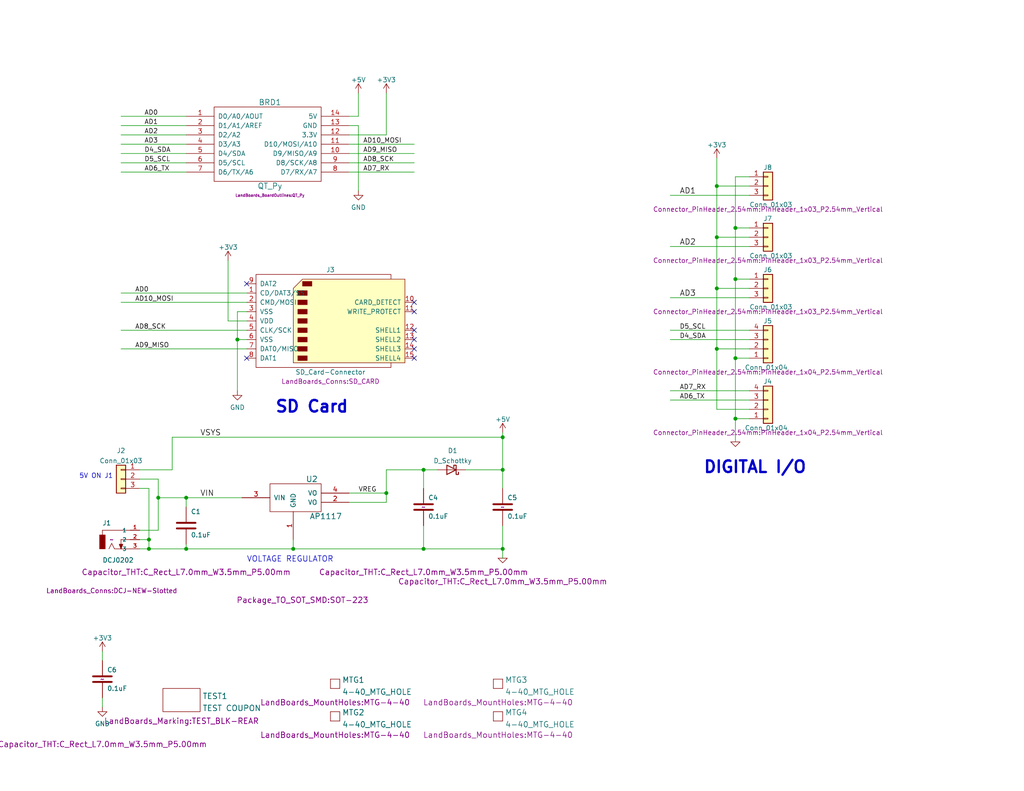
<source format=kicad_sch>
(kicad_sch (version 20211123) (generator eeschema)
  (paper "A")
  (title_block (title "QTPy49-01") (date "2022-07-24") (rev "1") (company "land-boards.com"))
  (lib_symbols
    (symbol "Connector_Generic:Conn_01x03" (pin_names (offset 1.016) hide)
      (property "Reference" "J" (at 0 5.08 0))
      (property "Value" "Conn_01x03" (at 0 -5.08 0))
      (symbol "Conn_01x03_1_1"
        (rectangle (start -1.27 -2.413) (end 0 -2.667) (stroke (width 0.1524)))
        (rectangle (start -1.27 0.127) (end 0 -0.127) (stroke (width 0.1524)))
        (rectangle (start -1.27 2.667) (end 0 2.413) (stroke (width 0.1524)))
        (rectangle (start -1.27 3.81) (end 1.27 -3.81) (stroke (width 0.254)) (fill (type background)))
        (pin passive line (at -5.08 2.54 0) (length 3.81) (name "Pin_1") (number "1"))
        (pin passive line (at -5.08 0 0) (length 3.81) (name "Pin_2") (number "2"))
        (pin passive line (at -5.08 -2.54 0) (length 3.81) (name "Pin_3") (number "3"))
      )
    )
    (symbol "Connector_Generic:Conn_01x04" (pin_names (offset 1.016) hide)
      (property "Reference" "J" (at 0 5.08 0))
      (property "Value" "Conn_01x04" (at 0 -7.62 0))
      (symbol "Conn_01x04_1_1"
        (rectangle (start -1.27 -4.953) (end 0 -5.207) (stroke (width 0.1524)))
        (rectangle (start -1.27 -2.413) (end 0 -2.667) (stroke (width 0.1524)))
        (rectangle (start -1.27 0.127) (end 0 -0.127) (stroke (width 0.1524)))
        (rectangle (start -1.27 2.667) (end 0 2.413) (stroke (width 0.1524)))
        (rectangle (start -1.27 3.81) (end 1.27 -6.35) (stroke (width 0.254)) (fill (type background)))
        (pin passive line (at -5.08 2.54 0) (length 3.81) (name "Pin_1") (number "1"))
        (pin passive line (at -5.08 0 0) (length 3.81) (name "Pin_2") (number "2"))
        (pin passive line (at -5.08 -2.54 0) (length 3.81) (name "Pin_3") (number "3"))
        (pin passive line (at -5.08 -5.08 0) (length 3.81) (name "Pin_4") (number "4"))
      )
    )
    (symbol "Device:D_Schottky" (pin_numbers hide) (pin_names (offset 1.016) hide)
      (property "Reference" "D" (at 0 2.54 0))
      (property "Value" "D_Schottky" (at 0 -2.54 0))
      (symbol "D_Schottky_0_1"
        (polyline (pts (xy 1.27 0) (xy -1.27 0)))
        (polyline (pts (xy 1.27 1.27) (xy 1.27 -1.27) (xy -1.27 0) (xy 1.27 1.27)) (stroke (width 0.254)))
        (polyline (pts (xy -1.905 0.635) (xy -1.905 1.27) (xy -1.27 1.27) (xy -1.27 -1.27) (xy -0.635 -1.27) (xy -0.635 -0.635)) (stroke (width 0.254)))
      )
      (symbol "D_Schottky_1_1"
        (pin passive line (at -3.81 0 0) (length 2.54) (name "K") (number "1"))
        (pin passive line (at 3.81 0 180) (length 2.54) (name "A") (number "2"))
      )
    )
    (symbol "LandBoards:COUPON" (pin_names (offset 1.016))
      (property "Reference" "COUP?" (at 0 0 0))
      (property "Value" "COUPON" (at 0 0 0))
      (symbol "COUPON_0_1"
        (rectangle (start -5.08 0) (end 5.08 6.35))
      )
    )
    (symbol "LandBoards:MTG_HOLE" (pin_names (offset 1.016))
      (property "Reference" "MTG?" (at 0 2.54 0))
      (property "Value" "MTG_HOLE" (at 0 -2.54 0))
      (symbol "MTG_HOLE_0_1"
        (rectangle (start -1.27 -1.27) (end 1.27 -1.27))
        (rectangle (start -1.27 1.27) (end -1.27 -1.27))
        (rectangle (start 1.27 1.27) (end -1.27 1.27))
        (rectangle (start 1.27 1.27) (end 1.27 -1.27))
      )
    )
    (symbol "LandBoards_Conns:SD_Card-Connector" (pin_names (offset 1.016))
      (property "Reference" "J3" (at 0 13.97 0))
      (property "Value" "SD_Card-Connector" (at 0 -13.97 0))
      (property "Footprint" "LandBoards_Conns:SD_CARD" (at 0 -16.51 0))
      (symbol "SD_Card-Connector_0_1"
        (rectangle (start -8.89 -9.525) (end -6.35 -10.795) (fill (type outline)))
        (rectangle (start -8.89 -6.985) (end -6.35 -8.255) (fill (type outline)))
        (rectangle (start -8.89 -4.445) (end -6.35 -5.715) (fill (type outline)))
        (rectangle (start -8.89 -1.905) (end -6.35 -3.175) (fill (type outline)))
        (rectangle (start -8.89 0.635) (end -6.35 -0.635) (fill (type outline)))
        (rectangle (start -8.89 3.175) (end -6.35 1.905) (fill (type outline)))
        (rectangle (start -8.89 5.715) (end -6.35 4.445) (fill (type outline)))
        (rectangle (start -8.89 8.255) (end -6.35 6.985) (fill (type outline)))
        (rectangle (start -7.62 10.795) (end -5.08 9.525) (fill (type outline)))
        (polyline (pts (xy -10.16 8.89) (xy -7.62 11.43) (xy 20.32 11.43) (xy 20.32 -11.43) (xy -10.16 -11.43) (xy -10.16 8.89)) (fill (type background)))
        (polyline (pts (xy 16.51 11.43) (xy 16.51 12.7) (xy -20.32 12.7) (xy -20.32 -12.7) (xy 16.51 -12.7) (xy 16.51 -11.43)))
      )
      (symbol "SD_Card-Connector_1_1"
        (pin input line (at -22.86 7.62 0) (length 2.54) (name "CD/DAT3/SS") (number "1"))
        (pin input line (at 22.86 5.08 180) (length 2.54) (name "CARD_DETECT") (number "10"))
        (pin input line (at 22.86 2.54 180) (length 2.54) (name "WRITE_PROTECT") (number "11"))
        (pin input line (at 22.86 -2.54 180) (length 2.54) (name "SHELL1") (number "12"))
        (pin input line (at 22.86 -5.08 180) (length 2.54) (name "SHELL2") (number "13"))
        (pin input line (at 22.86 -7.62 180) (length 2.54) (name "SHELL3") (number "14"))
        (pin input line (at 22.86 -10.16 180) (length 2.54) (name "SHELL4") (number "15"))
        (pin input line (at -22.86 5.08 0) (length 2.54) (name "CMD/MOSI") (number "2"))
        (pin power_in line (at -22.86 2.54 0) (length 2.54) (name "VSS") (number "3"))
        (pin power_in line (at -22.86 0 0) (length 2.54) (name "VDD") (number "4"))
        (pin input line (at -22.86 -2.54 0) (length 2.54) (name "CLK/SCK") (number "5"))
        (pin power_in line (at -22.86 -5.08 0) (length 2.54) (name "VSS") (number "6"))
        (pin input line (at -22.86 -7.62 0) (length 2.54) (name "DAT0/MISO") (number "7"))
        (pin input line (at -22.86 -10.16 0) (length 2.54) (name "DAT1") (number "8"))
        (pin input line (at -22.86 10.16 0) (length 2.54) (name "DAT2") (number "9"))
      )
    )
    (symbol "QTPy49-rescue:AP1117" (pin_names (offset 1.016))
      (property "Reference" "U" (at 2.54 3.81 0))
      (property "Value" "AP1117" (at 6.35 -6.35 0))
      (symbol "AP1117_0_1"
        (polyline (pts (xy -8.89 -5.08) (xy -8.89 2.54) (xy 5.08 2.54) (xy 5.08 -5.08) (xy -8.89 -5.08)))
      )
      (symbol "AP1117_1_1"
        (pin power_in line (at -2.54 -12.7 90) (length 7.62) (name "GND") (number "1"))
        (pin passive line (at 12.7 -2.54 180) (length 7.62) (name "VO") (number "2"))
        (pin power_in line (at -16.51 -1.27 0) (length 7.62) (name "VIN") (number "3"))
        (pin power_out line (at 12.7 0 180) (length 7.62) (name "VO") (number "4"))
      )
    )
    (symbol "QTPy49-rescue:C" (pin_numbers hide) (pin_names (offset 0.254))
      (property "Reference" "C" (at 1.27 2.54 0))
      (property "Value" "C" (at 1.27 -2.54 0))
      (symbol "C_0_1"
        (polyline (pts (xy -2.54 -0.762) (xy 2.54 -0.762)) (stroke (width 0.508)))
        (polyline (pts (xy -2.54 0.762) (xy 2.54 0.762)) (stroke (width 0.508)))
      )
      (symbol "C_1_1"
        (pin passive line (at 0 5.08 270) (length 4.318) (name "~") (number "1"))
        (pin passive line (at 0 -5.08 90) (length 4.318) (name "~") (number "2"))
      )
    )
    (symbol "QTPy49-rescue:DCJ0202" (pin_names (offset 1.016))
      (property "Reference" "J" (at -2.54 3.81 0))
      (property "Value" "DCJ0202" (at -2.54 -6.35 0))
      (symbol "DCJ0202_1_0"
        (polyline (pts (xy -2.54 2.54) (xy -2.54 1.27)))
        (polyline (pts (xy 0 -1.016) (xy -0.762 -2.54)))
        (polyline (pts (xy 0.762 -2.54) (xy 0 -1.016)))
        (polyline (pts (xy 2.54 -2.54) (xy 0.762 -2.54)))
        (polyline (pts (xy 2.54 0) (xy 2.54 -2.54)))
        (polyline (pts (xy 5.08 -2.54) (xy 2.54 -2.54)))
        (polyline (pts (xy 5.08 0) (xy 2.54 0)))
        (polyline (pts (xy 5.08 2.54) (xy -2.54 2.54)))
      )
      (symbol "DCJ0202_1_1"
        (rectangle (start -3.302 -2.54) (end -1.778 1.27) (fill (type outline)))
        (polyline (pts (xy 2.54 -2.54) (xy 2.032 -1.27) (xy 2.032 -1.27) (xy 3.048 -1.27) (xy 3.048 -1.27) (xy 2.54 -2.54)) (fill (type outline)))
        (pin passive line (at 7.62 2.54 180) (length 2.54) (name "1") (number "1"))
        (pin passive line (at 7.62 0 180) (length 2.54) (name "2") (number "2"))
        (pin passive line (at 7.62 -2.54 180) (length 2.54) (name "3") (number "3"))
      )
    )
    (symbol "QTPy49-rescue:GND" (power) (pin_names (offset 0))
      (symbol "GND_0_1"
        (polyline (pts (xy -1.27 0) (xy 0 -1.27) (xy 1.27 0) (xy -1.27 0)))
      )
      (symbol "GND_1_1"
        (pin power_in line (at 0 0 90) (length 0) hide (name "GND") (number "1"))
      )
    )
    (symbol "QT_Py_1" (pin_names (offset 1.016))
      (property "Reference" "BRD" (at 0 11.43 0))
      (property "Value" "QT_Py_1" (at 0 -11.43 0))
      (symbol "QT_Py_1_0_0"
        (rectangle (start -15.24 10.16) (end 13.97 -10.16))
      )
      (symbol "QT_Py_1_1_1"
        (pin bidirectional line (at -22.86 7.62 0) (length 7.62) (name "D0/A0/AOUT") (number "1"))
        (pin bidirectional line (at 21.59 -2.54 180) (length 7.62) (name "D9/MISO/A9") (number "10"))
        (pin bidirectional line (at 21.59 0 180) (length 7.62) (name "D10/MOSI/A10") (number "11"))
        (pin power_out line (at 21.59 2.54 180) (length 7.62) (name "3.3V") (number "12"))
        (pin power_in line (at 21.59 5.08 180) (length 7.62) (name "GND") (number "13"))
        (pin power_in line (at 21.59 7.62 180) (length 7.62) (name "5V") (number "14"))
        (pin bidirectional line (at -22.86 5.08 0) (length 7.62) (name "D1/A1/AREF") (number "2"))
        (pin bidirectional line (at -22.86 2.54 0) (length 7.62) (name "D2/A2") (number "3"))
        (pin bidirectional line (at -22.86 0 0) (length 7.62) (name "D3/A3") (number "4"))
        (pin bidirectional line (at -22.86 -2.54 0) (length 7.62) (name "D4/SDA") (number "5"))
        (pin bidirectional line (at -22.86 -5.08 0) (length 7.62) (name "D5/SCL") (number "6"))
        (pin bidirectional line (at -22.86 -7.62 0) (length 7.62) (name "D6/TX/A6") (number "7"))
        (pin bidirectional line (at 21.59 -7.62 180) (length 7.62) (name "D7/RX/A7") (number "8"))
        (pin bidirectional line (at 21.59 -5.08 180) (length 7.62) (name "D8/SCK/A8") (number "9"))
      )
    )
    (symbol "power:+3.3V" (power) (pin_names (offset 0))
      (property "Value" "+3.3V" (at 0 3.556 0))
      (symbol "+3.3V_0_1"
        (polyline (pts (xy -0.762 1.27) (xy 0 2.54)))
        (polyline (pts (xy 0 0) (xy 0 2.54)))
        (polyline (pts (xy 0 2.54) (xy 0.762 1.27)))
      )
      (symbol "+3.3V_1_1"
        (pin power_in line (at 0 0 90) (length 0) hide (name "+3V3") (number "1"))
      )
    )
    (symbol "power:+5V" (power) (pin_names (offset 0))
      (property "Value" "+5V" (at 0 3.556 0))
      (symbol "+5V_0_1"
        (polyline (pts (xy -0.762 1.27) (xy 0 2.54)))
        (polyline (pts (xy 0 0) (xy 0 2.54)))
        (polyline (pts (xy 0 2.54) (xy 0.762 1.27)))
      )
      (symbol "+5V_1_1"
        (pin power_in line (at 0 0 90) (length 0) hide (name "+5V") (number "1"))
      )
    )
    (symbol "power:GND" (power) (pin_names (offset 0))
      (property "Value" "GND" (at 0 -3.81 0))
      (symbol "GND_0_1"
        (polyline (pts (xy 0 0) (xy 0 -1.27) (xy 1.27 -1.27) (xy 0 -2.54) (xy -1.27 -1.27) (xy 0 -1.27)))
      )
      (symbol "GND_1_1"
        (pin power_in line (at 0 0 270) (length 0) hide (name "GND") (number "1"))
      )
    )
  )
  (junction (at 200.66 114.3))
  (junction (at 195.58 78.74))
  (junction (at 105.41 134.62))
  (junction (at 50.8 149.86))
  (junction (at 137.16 149.86))
  (junction (at 80.01 149.86))
  (junction (at 200.66 62.23))
  (junction (at 137.16 119.38))
  (junction (at 40.64 147.32))
  (junction (at 195.58 64.77))
  (junction (at 115.57 128.27))
  (junction (at 64.77 92.71))
  (junction (at 40.64 149.86))
  (junction (at 200.66 97.79))
  (junction (at 50.8 135.89))
  (junction (at 195.58 50.8))
  (junction (at 137.16 128.27))
  (junction (at 115.57 149.86))
  (junction (at 195.58 95.25))
  (junction (at 200.66 76.2))
  (junction (at 43.18 135.89))
  (no_connect (at 67.31 97.79))
  (no_connect (at 67.31 77.47))
  (no_connect (at 113.03 90.17))
  (no_connect (at 113.03 85.09))
  (no_connect (at 113.03 82.55))
  (no_connect (at 113.03 92.71))
  (no_connect (at 113.03 95.25))
  (no_connect (at 113.03 97.79))
  (wire (pts (xy 40.64 133.35) (xy 40.64 147.32)))
  (wire (pts (xy 50.8 149.86) (xy 80.01 149.86)))
  (wire (pts (xy 200.66 97.79) (xy 200.66 114.3)))
  (wire (pts (xy 33.02 34.29) (xy 50.8 34.29)))
  (wire (pts (xy 95.25 39.37) (xy 113.03 39.37)))
  (wire (pts (xy 204.47 81.28) (xy 182.88 81.28)))
  (wire (pts (xy 33.02 36.83) (xy 50.8 36.83)))
  (wire (pts (xy 80.01 149.86) (xy 80.01 147.32)))
  (wire (pts (xy 95.25 31.75) (xy 97.79 31.75)))
  (wire (pts (xy 27.94 190.5) (xy 27.94 193.04)))
  (wire (pts (xy 105.41 25.4) (xy 105.41 36.83)))
  (wire (pts (xy 33.02 80.01) (xy 67.31 80.01)))
  (wire (pts (xy 204.47 90.17) (xy 182.88 90.17)))
  (wire (pts (xy 115.57 128.27) (xy 119.38 128.27)))
  (wire (pts (xy 95.25 134.62) (xy 105.41 134.62)))
  (wire (pts (xy 204.47 106.68) (xy 182.88 106.68)))
  (wire (pts (xy 43.18 130.81) (xy 43.18 135.89)))
  (wire (pts (xy 46.99 128.27) (xy 38.1 128.27)))
  (wire (pts (xy 105.41 134.62) (xy 105.41 128.27)))
  (wire (pts (xy 137.16 133.35) (xy 137.16 128.27)))
  (wire (pts (xy 95.25 44.45) (xy 113.03 44.45)))
  (wire (pts (xy 97.79 34.29) (xy 97.79 52.07)))
  (wire (pts (xy 67.31 85.09) (xy 64.77 85.09)))
  (wire (pts (xy 38.1 144.78) (xy 43.18 144.78)))
  (wire (pts (xy 50.8 135.89) (xy 66.04 135.89)))
  (wire (pts (xy 195.58 78.74) (xy 195.58 95.25)))
  (wire (pts (xy 33.02 41.91) (xy 50.8 41.91)))
  (wire (pts (xy 33.02 39.37) (xy 50.8 39.37)))
  (wire (pts (xy 43.18 135.89) (xy 50.8 135.89)))
  (wire (pts (xy 200.66 62.23) (xy 200.66 76.2)))
  (wire (pts (xy 137.16 149.86) (xy 137.16 143.51)))
  (wire (pts (xy 204.47 78.74) (xy 195.58 78.74)))
  (wire (pts (xy 204.47 53.34) (xy 182.88 53.34)))
  (wire (pts (xy 95.25 41.91) (xy 113.03 41.91)))
  (wire (pts (xy 200.66 97.79) (xy 204.47 97.79)))
  (wire (pts (xy 195.58 43.18) (xy 195.58 50.8)))
  (wire (pts (xy 95.25 34.29) (xy 97.79 34.29)))
  (wire (pts (xy 95.25 36.83) (xy 105.41 36.83)))
  (wire (pts (xy 46.99 119.38) (xy 46.99 128.27)))
  (wire (pts (xy 67.31 87.63) (xy 62.23 87.63)))
  (wire (pts (xy 115.57 128.27) (xy 115.57 133.35)))
  (wire (pts (xy 27.94 177.8) (xy 27.94 180.34)))
  (wire (pts (xy 200.66 114.3) (xy 204.47 114.3)))
  (wire (pts (xy 200.66 62.23) (xy 204.47 62.23)))
  (wire (pts (xy 105.41 128.27) (xy 115.57 128.27)))
  (wire (pts (xy 204.47 109.22) (xy 182.88 109.22)))
  (wire (pts (xy 204.47 48.26) (xy 200.66 48.26)))
  (wire (pts (xy 200.66 76.2) (xy 200.66 97.79)))
  (wire (pts (xy 95.25 46.99) (xy 113.03 46.99)))
  (wire (pts (xy 137.16 149.86) (xy 137.16 152.4)))
  (wire (pts (xy 97.79 25.4) (xy 97.79 31.75)))
  (wire (pts (xy 105.41 137.16) (xy 95.25 137.16)))
  (wire (pts (xy 195.58 111.76) (xy 204.47 111.76)))
  (wire (pts (xy 33.02 95.25) (xy 67.31 95.25)))
  (wire (pts (xy 33.02 31.75) (xy 50.8 31.75)))
  (wire (pts (xy 137.16 119.38) (xy 137.16 128.27)))
  (wire (pts (xy 204.47 50.8) (xy 195.58 50.8)))
  (wire (pts (xy 115.57 149.86) (xy 137.16 149.86)))
  (wire (pts (xy 204.47 67.31) (xy 182.88 67.31)))
  (wire (pts (xy 43.18 144.78) (xy 43.18 135.89)))
  (wire (pts (xy 62.23 71.12) (xy 62.23 87.63)))
  (wire (pts (xy 38.1 130.81) (xy 43.18 130.81)))
  (wire (pts (xy 33.02 82.55) (xy 67.31 82.55)))
  (wire (pts (xy 64.77 92.71) (xy 64.77 106.68)))
  (wire (pts (xy 137.16 119.38) (xy 46.99 119.38)))
  (wire (pts (xy 200.66 48.26) (xy 200.66 62.23)))
  (wire (pts (xy 50.8 149.86) (xy 50.8 148.59)))
  (wire (pts (xy 64.77 85.09) (xy 64.77 92.71)))
  (wire (pts (xy 200.66 114.3) (xy 200.66 120.65)))
  (wire (pts (xy 40.64 149.86) (xy 50.8 149.86)))
  (wire (pts (xy 204.47 76.2) (xy 200.66 76.2)))
  (wire (pts (xy 50.8 138.43) (xy 50.8 135.89)))
  (wire (pts (xy 127 128.27) (xy 137.16 128.27)))
  (wire (pts (xy 38.1 147.32) (xy 40.64 147.32)))
  (wire (pts (xy 195.58 50.8) (xy 195.58 64.77)))
  (wire (pts (xy 204.47 92.71) (xy 182.88 92.71)))
  (wire (pts (xy 38.1 149.86) (xy 40.64 149.86)))
  (wire (pts (xy 204.47 64.77) (xy 195.58 64.77)))
  (wire (pts (xy 195.58 95.25) (xy 204.47 95.25)))
  (wire (pts (xy 195.58 95.25) (xy 195.58 111.76)))
  (wire (pts (xy 64.77 92.71) (xy 67.31 92.71)))
  (wire (pts (xy 38.1 133.35) (xy 40.64 133.35)))
  (wire (pts (xy 33.02 44.45) (xy 50.8 44.45)))
  (wire (pts (xy 137.16 118.11) (xy 137.16 119.38)))
  (wire (pts (xy 33.02 46.99) (xy 50.8 46.99)))
  (wire (pts (xy 195.58 64.77) (xy 195.58 78.74)))
  (wire (pts (xy 115.57 143.51) (xy 115.57 149.86)))
  (wire (pts (xy 33.02 90.17) (xy 67.31 90.17)))
  (wire (pts (xy 40.64 147.32) (xy 40.64 149.86)))
  (wire (pts (xy 80.01 149.86) (xy 115.57 149.86)))
  (wire (pts (xy 105.41 134.62) (xy 105.41 137.16)))
  (text "SD Card" (at 74.93 113.03 0) (effects (font (size 3.175 3.175) (thickness 0.635) bold) (justify left bottom)))
  (text "DIGITAL I/O" (at 191.77 129.54 0) (effects (font (size 3.175 3.175) (thickness 0.635) bold) (justify left bottom)))
  (text "5V ON J1" (at 21.59 130.81 0) (effects (font (size 1.27 1.27)) (justify left bottom)))
  (text "VOLTAGE REGULATOR" (at 67.31 153.67 0) (effects (font (size 1.524 1.524)) (justify left bottom)))
  (label "VIN" (at 54.61 135.89 0) (effects (font (size 1.524 1.524))))
  (label "AD3" (at 185.42 81.28 0) (effects (font (size 1.524 1.524))))
  (label "AD6_TX" (at 185.42 109.22 0))
  (label "D5_SCL" (at 185.42 90.17 0))
  (label "AD7_RX" (at 185.42 106.68 0))
  (label "AD8_SCK" (at 99.06 44.45 0))
  (label "AD8_SCK" (at 36.83 90.17 0))
  (label "D4_SDA" (at 39.37 41.91 0))
  (label "AD1" (at 185.42 53.34 0) (effects (font (size 1.524 1.524))))
  (label "AD6_TX" (at 39.37 46.99 0))
  (label "AD9_MISO" (at 36.83 95.25 0))
  (label "AD2" (at 39.37 36.83 0))
  (label "AD3" (at 39.37 39.37 0))
  (label "VSYS" (at 54.61 119.38 0) (effects (font (size 1.524 1.524))))
  (label "AD10_MOSI" (at 36.83 82.55 0))
  (label "AD9_MISO" (at 99.06 41.91 0))
  (label "D4_SDA" (at 185.42 92.71 0))
  (label "AD2" (at 185.42 67.31 0) (effects (font (size 1.524 1.524))))
  (label "AD0" (at 36.83 80.01 0))
  (label "VREG" (at 97.79 134.62 0))
  (label "D5_SCL" (at 39.37 44.45 0))
  (label "AD7_RX" (at 99.06 46.99 0))
  (label "AD1" (at 39.37 34.29 0))
  (label "AD0" (at 39.37 31.75 0))
  (label "AD10_MOSI" (at 99.06 39.37 0))
  (symbol (lib_id "QTPy49-rescue:AP1117") (at 82.55 134.62 0) (unit 1)
    (property "Reference" "U2" (at 85.09 130.81 0) (effects (font (size 1.524 1.524))))
    (property "Value" "AP1117" (at 88.9 140.97 0) (effects (font (size 1.524 1.524))))
    (property "Footprint" "Package_TO_SOT_SMD:SOT-223" (at 82.55 163.83 0) (effects (font (size 1.524 1.524))))
  )
  (symbol (lib_id "QTPy49-rescue:GND") (at 200.66 120.65 0) (unit 1)
    (property "Reference" "#PWR04" (effects hide))
    (property "Value" "GND" (effects hide))
  )
  (symbol (lib_id "QTPy49-rescue:DCJ0202") (at 30.48 147.32 0) (unit 1)
    (property "Reference" "J1" (at 27.94 143.51 0) (effects (justify left bottom)))
    (property "Value" "DCJ0202" (at 27.94 153.67 0) (effects (justify left bottom)))
    (property "Footprint" "LandBoards_Conns:DCJ-NEW-Slotted" (at 30.48 161.29 0))
    (property "Datasheet" "~" (at 30.48 147.32 0) (effects (font (size 1.524 1.524))))
  )
  (symbol (lib_id "QTPy49-rescue:GND") (at 137.16 152.4 0) (unit 1)
    (property "Reference" "#PWR015" (effects hide))
    (property "Value" "GND" (effects hide))
  )
  (symbol (lib_id "QTPy49-rescue:C") (at 137.16 138.43 0) (unit 1)
    (property "Reference" "C5" (at 138.43 135.89 0) (effects (justify left)))
    (property "Value" "0.1uF" (at 138.43 140.97 0) (effects (justify left)))
    (property "Footprint" "Capacitor_THT:C_Rect_L7.0mm_W3.5mm_P5.00mm" (at 137.16 158.75 0) (effects (font (size 1.524 1.524))))
    (property "Datasheet" "~" (at 137.16 138.43 0) (effects (font (size 1.524 1.524))))
  )
  (symbol (lib_id "Connector_Generic:Conn_01x03") (at 209.55 78.74 0) (unit 1)
    (property "Reference" "J6" (at 208.28 73.66 0) (effects (justify left)))
    (property "Value" "Conn_01x03" (at 204.47 83.82 0) (effects (justify left)))
    (property "Footprint" "Connector_PinHeader_2.54mm:PinHeader_1x03_P2.54mm_Vertical" (at 209.55 85.09 0))
  )
  (symbol (lib_id "Device:D_Schottky") (at 123.19 128.27 180) (unit 1)
    (property "Reference" "D1" (at 123.5075 123.0335 0))
    (property "Value" "D_Schottky" (at 123.5075 125.8086 0))
    (property "Footprint" "Diode_THT:D_DO-41_SOD81_P10.16mm_Horizontal" (effects hide))
  )
  (symbol (lib_id "Connector_Generic:Conn_01x04") (at 209.55 95.25 0) (mirror x) (unit 1)
    (property "Reference" "J5" (at 208.28 87.63 0) (effects (justify left)))
    (property "Value" "Conn_01x04" (at 203.2 100.33 0) (effects (justify left)))
    (property "Footprint" "Connector_PinHeader_2.54mm:PinHeader_1x04_P2.54mm_Vertical" (at 209.55 101.6 0))
  )
  (symbol (lib_id "LandBoards:MTG_HOLE") (at 91.44 186.69 0) (unit 1)
    (property "Reference" "MTG1" (at 93.345 185.6253 0) (effects (font (size 1.524 1.524)) (justify left)))
    (property "Value" "4-40_MTG_HOLE" (at 93.345 188.9043 0) (effects (font (size 1.524 1.524)) (justify left)))
    (property "Footprint" "LandBoards_MountHoles:MTG-4-40" (at 91.44 191.77 0) (effects (font (size 1.524 1.524))))
  )
  (symbol (lib_id "QTPy49-rescue:C") (at 115.57 138.43 0) (unit 1)
    (property "Reference" "C4" (at 116.84 135.89 0) (effects (justify left)))
    (property "Value" "0.1uF" (at 116.84 140.97 0) (effects (justify left)))
    (property "Footprint" "Capacitor_THT:C_Rect_L7.0mm_W3.5mm_P5.00mm" (at 115.57 156.21 0) (effects (font (size 1.524 1.524))))
    (property "Datasheet" "~" (at 115.57 138.43 0) (effects (font (size 1.524 1.524))))
  )
  (symbol (lib_id "power:GND") (at 64.77 106.68 0) (unit 1)
    (property "Reference" "#PWR0109" (effects hide))
    (property "Value" "GND" (at 64.77 111.2425 0))
  )
  (symbol (lib_id "Connector_Generic:Conn_01x03") (at 33.02 130.81 0) (mirror y) (unit 1)
    (property "Reference" "J2" (at 33.02 123.0335 0))
    (property "Value" "Conn_01x03" (at 33.02 125.8086 0))
    (property "Footprint" "Connector_PinHeader_2.54mm:PinHeader_1x03_P2.54mm_Vertical" (effects hide))
  )
  (symbol (lib_id "power:+3.3V") (at 195.58 43.18 0) (unit 1)
    (property "Reference" "#PWR0104" (effects hide))
    (property "Value" "+3.3V" (at 195.58 39.5755 0))
  )
  (symbol (lib_name "QT_Py_1") (lib_id "LandBoards_Cards:QT_Py") (at 73.66 39.37 0) (unit 1)
    (property "Reference" "BRD1" (at 73.66 27.94 0) (effects (font (size 1.524 1.524))))
    (property "Value" "QT_Py" (at 73.66 50.8 0) (effects (font (size 1.524 1.524))))
    (property "Footprint" "LandBoards_BoardOutlines:QT_Py" (at 73.66 53.34 0) (effects (font (size 0.762 0.762))))
  )
  (symbol (lib_id "power:+3.3V") (at 27.94 177.8 0) (unit 1)
    (property "Reference" "#PWR0107" (effects hide))
    (property "Value" "+3.3V" (at 27.94 174.1955 0))
  )
  (symbol (lib_id "QTPy49-rescue:C") (at 50.8 143.51 0) (unit 1)
    (property "Reference" "C1" (at 52.07 139.7 0) (effects (justify left)))
    (property "Value" "0.1uF" (at 52.07 146.05 0) (effects (justify left)))
    (property "Footprint" "Capacitor_THT:C_Rect_L7.0mm_W3.5mm_P5.00mm" (at 50.8 156.21 0) (effects (font (size 1.524 1.524))))
  )
  (symbol (lib_id "power:+3.3V") (at 105.41 25.4 0) (unit 1)
    (property "Reference" "#PWR0101" (effects hide))
    (property "Value" "+3.3V" (at 105.41 21.7955 0))
  )
  (symbol (lib_id "power:+5V") (at 137.16 118.11 0) (unit 1)
    (property "Reference" "#PWR0105" (effects hide))
    (property "Value" "+5V" (at 137.16 114.5055 0))
  )
  (symbol (lib_id "Connector_Generic:Conn_01x03") (at 209.55 50.8 0) (unit 1)
    (property "Reference" "J8" (at 208.28 45.72 0) (effects (justify left)))
    (property "Value" "Conn_01x03" (at 204.47 55.88 0) (effects (justify left)))
    (property "Footprint" "Connector_PinHeader_2.54mm:PinHeader_1x03_P2.54mm_Vertical" (at 209.55 57.15 0))
  )
  (symbol (lib_id "power:+3.3V") (at 62.23 71.12 0) (unit 1)
    (property "Reference" "#PWR0108" (effects hide))
    (property "Value" "+3.3V" (at 62.23 67.5155 0))
  )
  (symbol (lib_id "LandBoards:COUPON") (at 49.53 194.31 0) (unit 1)
    (property "Reference" "TEST1" (at 55.245 190.0703 0) (effects (font (size 1.524 1.524)) (justify left)))
    (property "Value" "TEST COUPON" (at 55.245 193.3493 0) (effects (font (size 1.524 1.524)) (justify left)))
    (property "Footprint" "LandBoards_Marking:TEST_BLK-REAR" (at 49.53 196.85 0) (effects (font (size 1.524 1.524))))
  )
  (symbol (lib_id "QTPy49-rescue:C") (at 27.94 185.42 0) (unit 1)
    (property "Reference" "C6" (at 29.21 182.88 0) (effects (justify left)))
    (property "Value" "0.1uF" (at 29.21 187.96 0) (effects (justify left)))
    (property "Footprint" "Capacitor_THT:C_Rect_L7.0mm_W3.5mm_P5.00mm" (at 27.94 203.2 0) (effects (font (size 1.524 1.524))))
    (property "Datasheet" "~" (at 27.94 185.42 0) (effects (font (size 1.524 1.524))))
  )
  (symbol (lib_id "Connector_Generic:Conn_01x03") (at 209.55 64.77 0) (unit 1)
    (property "Reference" "J7" (at 208.28 59.69 0) (effects (justify left)))
    (property "Value" "Conn_01x03" (at 204.47 69.85 0) (effects (justify left)))
    (property "Footprint" "Connector_PinHeader_2.54mm:PinHeader_1x03_P2.54mm_Vertical" (at 209.55 71.12 0))
  )
  (symbol (lib_id "LandBoards:MTG_HOLE") (at 135.89 195.58 0) (unit 1)
    (property "Reference" "MTG4" (at 137.795 194.5153 0) (effects (font (size 1.524 1.524)) (justify left)))
    (property "Value" "4-40_MTG_HOLE" (at 137.795 197.7943 0) (effects (font (size 1.524 1.524)) (justify left)))
    (property "Footprint" "LandBoards_MountHoles:MTG-4-40" (at 135.89 200.66 0) (effects (font (size 1.524 1.524))))
  )
  (symbol (lib_id "LandBoards:MTG_HOLE") (at 135.89 186.69 0) (unit 1)
    (property "Reference" "MTG3" (at 137.795 185.6253 0) (effects (font (size 1.524 1.524)) (justify left)))
    (property "Value" "4-40_MTG_HOLE" (at 137.795 188.9043 0) (effects (font (size 1.524 1.524)) (justify left)))
    (property "Footprint" "LandBoards_MountHoles:MTG-4-40" (at 135.89 191.77 0) (effects (font (size 1.524 1.524))))
  )
  (symbol (lib_id "LandBoards_Conns:SD_Card-Connector") (at 90.17 87.63 0) (unit 1)
    (property "Reference" "J3" (at 90.17 73.66 0))
    (property "Value" "SD_Card-Connector" (at 90.17 101.6 0))
    (property "Footprint" "LandBoards_Conns:SD_CARD" (at 90.17 104.14 0))
    (property "Datasheet" "http://portal.fciconnect.com/Comergent//fci/drawing/10067847.pdf" (effects hide))
  )
  (symbol (lib_id "LandBoards:MTG_HOLE") (at 91.44 195.58 0) (unit 1)
    (property "Reference" "MTG2" (at 93.345 194.5153 0) (effects (font (size 1.524 1.524)) (justify left)))
    (property "Value" "4-40_MTG_HOLE" (at 93.345 197.7943 0) (effects (font (size 1.524 1.524)) (justify left)))
    (property "Footprint" "LandBoards_MountHoles:MTG-4-40" (at 91.44 200.66 0) (effects (font (size 1.524 1.524))))
  )
  (symbol (lib_id "Connector_Generic:Conn_01x04") (at 209.55 111.76 0) (mirror x) (unit 1)
    (property "Reference" "J4" (at 208.28 104.14 0) (effects (justify left)))
    (property "Value" "Conn_01x04" (at 203.2 116.84 0) (effects (justify left)))
    (property "Footprint" "Connector_PinHeader_2.54mm:PinHeader_1x04_P2.54mm_Vertical" (at 209.55 118.11 0))
  )
  (symbol (lib_id "power:+5V") (at 97.79 25.4 0) (unit 1)
    (property "Reference" "#PWR0102" (effects hide))
    (property "Value" "+5V" (at 97.79 21.7955 0))
  )
  (symbol (lib_id "power:GND") (at 97.79 52.07 0) (unit 1)
    (property "Reference" "#PWR0103" (effects hide))
    (property "Value" "GND" (at 97.79 56.6325 0))
  )
  (symbol (lib_id "power:GND") (at 27.94 193.04 0) (unit 1)
    (property "Reference" "#PWR0106" (effects hide))
    (property "Value" "GND" (at 27.94 197.6025 0))
  )
)
</source>
